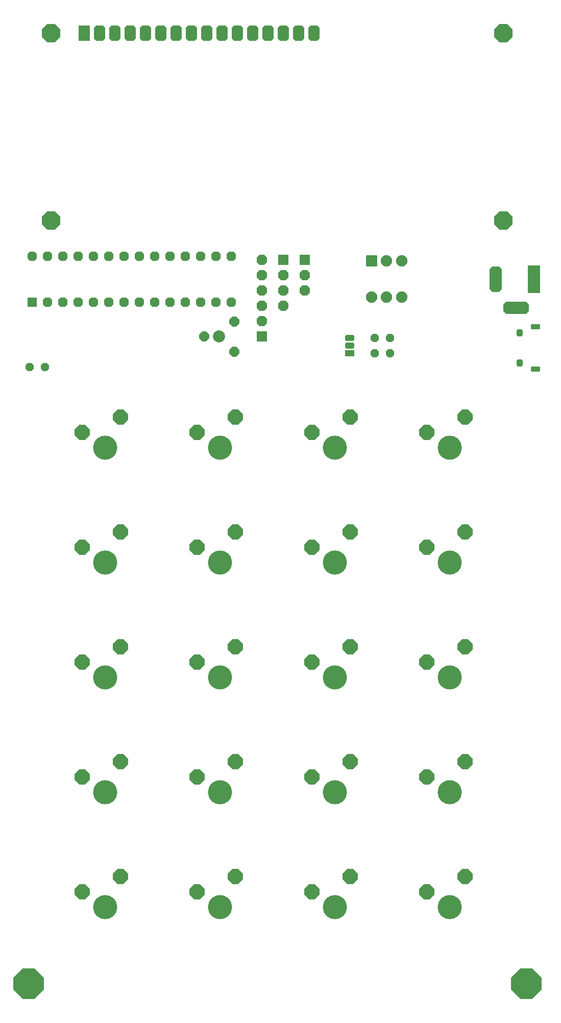
<source format=gbr>
%TF.GenerationSoftware,KiCad,Pcbnew,(6.0.7)*%
%TF.CreationDate,2022-08-27T21:19:22-07:00*%
%TF.ProjectId,EB3,4542332e-6b69-4636-9164-5f7063625858,rev?*%
%TF.SameCoordinates,Original*%
%TF.FileFunction,Soldermask,Bot*%
%TF.FilePolarity,Negative*%
%FSLAX46Y46*%
G04 Gerber Fmt 4.6, Leading zero omitted, Abs format (unit mm)*
G04 Created by KiCad (PCBNEW (6.0.7)) date 2022-08-27 21:19:22*
%MOMM*%
%LPD*%
G01*
G04 APERTURE LIST*
G04 Aperture macros list*
%AMFreePoly0*
4,1,17,0.442893,0.460355,0.610355,0.292893,0.625000,0.257538,0.625000,-0.257538,0.610355,-0.292893,0.442893,-0.460355,0.407538,-0.475000,-0.407538,-0.475000,-0.442893,-0.460355,-0.610355,-0.292893,-0.625000,-0.257538,-0.625000,0.257538,-0.610355,0.292893,-0.442893,0.460355,-0.407538,0.475000,0.407538,0.475000,0.442893,0.460355,0.442893,0.460355,$1*%
%AMFreePoly1*
4,1,17,0.275320,0.760355,0.430356,0.605320,0.445000,0.569965,0.445000,-0.569965,0.430356,-0.605320,0.275320,-0.760355,0.239965,-0.775000,-0.239965,-0.775000,-0.275320,-0.760356,-0.430355,-0.605320,-0.445000,-0.569965,-0.445000,0.569965,-0.430355,0.605320,-0.275320,0.760356,-0.239965,0.775000,0.239965,0.775000,0.275320,0.760355,0.275320,0.760355,$1*%
%AMFreePoly2*
4,1,13,0.885355,0.885355,0.900000,0.850000,0.900000,-0.850000,0.885355,-0.885355,0.850000,-0.900000,-0.850000,-0.900000,-0.885355,-0.885355,-0.900000,-0.850000,-0.900000,0.850000,-0.885355,0.885355,-0.850000,0.900000,0.850000,0.900000,0.885355,0.885355,0.885355,0.885355,$1*%
%AMFreePoly3*
4,1,17,0.387437,0.885355,0.885355,0.387437,0.900000,0.352082,0.900000,-0.352082,0.885355,-0.387438,0.387437,-0.885355,0.352082,-0.900000,-0.352082,-0.900000,-0.387438,-0.885355,-0.885355,-0.387437,-0.900000,-0.352082,-0.900000,0.352082,-0.885355,0.387437,-0.387438,0.885355,-0.352082,0.900000,0.352082,0.900000,0.387437,0.885355,0.387437,0.885355,$1*%
%AMFreePoly4*
4,1,13,0.510355,0.735355,0.525000,0.700000,0.525000,-0.700000,0.510355,-0.735355,0.475000,-0.750000,-0.475000,-0.750000,-0.510355,-0.735355,-0.525000,-0.700000,-0.525000,0.700000,-0.510355,0.735355,-0.475000,0.750000,0.475000,0.750000,0.510355,0.735355,0.510355,0.735355,$1*%
%AMFreePoly5*
4,1,17,0.322183,0.735355,0.510355,0.547183,0.525000,0.511828,0.525000,-0.511828,0.510355,-0.547184,0.322183,-0.735355,0.286828,-0.750000,-0.286828,-0.750000,-0.322184,-0.735355,-0.510355,-0.547183,-0.525000,-0.511828,-0.525000,0.511828,-0.510355,0.547183,-0.322184,0.735355,-0.286828,0.750000,0.286828,0.750000,0.322183,0.735355,0.322183,0.735355,$1*%
%AMFreePoly6*
4,1,13,0.785355,0.785355,0.800000,0.750000,0.800000,-0.750000,0.785355,-0.785355,0.750000,-0.800000,-0.750000,-0.800000,-0.785355,-0.785355,-0.800000,-0.750000,-0.800000,0.750000,-0.785355,0.785355,-0.750000,0.800000,0.750000,0.800000,0.785355,0.785355,0.785355,0.785355,$1*%
%AMFreePoly7*
4,1,17,0.346016,0.785355,0.785355,0.346016,0.800000,0.310661,0.800000,-0.310661,0.785355,-0.346016,0.346016,-0.785355,0.310661,-0.800000,-0.310661,-0.800000,-0.346016,-0.785355,-0.785355,-0.346016,-0.800000,-0.310661,-0.800000,0.310661,-0.785355,0.346016,-0.346016,0.785355,-0.310661,0.800000,0.310661,0.800000,0.346016,0.785355,0.346016,0.785355,$1*%
%AMFreePoly8*
4,1,17,0.350158,0.795355,0.795356,0.350158,0.810000,0.314803,0.810000,-0.314803,0.795356,-0.350158,0.350158,-0.795355,0.314803,-0.810000,-0.314803,-0.810000,-0.350158,-0.795356,-0.795355,-0.350158,-0.810000,-0.314803,-0.810000,0.314803,-0.795355,0.350158,-0.350158,0.795356,-0.314803,0.810000,0.314803,0.810000,0.350158,0.795355,0.350158,0.795355,$1*%
%AMFreePoly9*
4,1,17,0.304594,0.685355,0.685355,0.304594,0.700000,0.269239,0.700000,-0.269239,0.685355,-0.304595,0.304594,-0.685355,0.269239,-0.700000,-0.269239,-0.700000,-0.304595,-0.685355,-0.685355,-0.304594,-0.700000,-0.269239,-0.700000,0.269239,-0.685355,0.304594,-0.304595,0.685355,-0.269239,0.700000,0.269239,0.700000,0.304594,0.685355,0.304594,0.685355,$1*%
%AMFreePoly10*
4,1,13,0.835355,0.835355,0.850000,0.800000,0.850000,-0.800000,0.835355,-0.835355,0.800000,-0.850000,-0.800000,-0.850000,-0.835355,-0.835355,-0.850000,-0.800000,-0.850000,0.800000,-0.835355,0.835355,-0.800000,0.850000,0.800000,0.850000,0.835355,0.835355,0.835355,0.835355,$1*%
%AMFreePoly11*
4,1,17,0.366726,0.835355,0.835355,0.366726,0.850000,0.331371,0.850000,-0.331371,0.835355,-0.366727,0.366726,-0.835355,0.331371,-0.850000,-0.331371,-0.850000,-0.366727,-0.835355,-0.835355,-0.366726,-0.850000,-0.331371,-0.850000,0.331371,-0.835355,0.366726,-0.366727,0.835355,-0.331371,0.850000,0.331371,0.850000,0.366726,0.835355,0.366726,0.835355,$1*%
%AMFreePoly12*
4,1,13,2.285355,0.985355,2.300000,0.950000,2.300000,-0.950000,2.285355,-0.985355,2.250000,-1.000000,-2.250000,-1.000000,-2.285355,-0.985355,-2.300000,-0.950000,-2.300000,0.950000,-2.285355,0.985355,-2.250000,1.000000,2.250000,1.000000,2.285355,0.985355,2.285355,0.985355,$1*%
%AMFreePoly13*
4,1,17,1.700431,0.985355,2.085356,0.600431,2.100000,0.565076,2.100000,-0.565076,2.085356,-0.600431,1.700431,-0.985355,1.665076,-1.000000,-1.665076,-1.000000,-1.700431,-0.985356,-2.085355,-0.600431,-2.100000,-0.565076,-2.100000,0.565076,-2.085355,0.600431,-1.700431,0.985356,-1.665076,1.000000,1.665076,1.000000,1.700431,0.985355,1.700431,0.985355,$1*%
%AMFreePoly14*
4,1,17,0.600431,2.085355,0.985356,1.700431,1.000000,1.665076,1.000000,-1.665076,0.985356,-1.700431,0.600431,-2.085355,0.565076,-2.100000,-0.565076,-2.100000,-0.600431,-2.085356,-0.985355,-1.700431,-1.000000,-1.665076,-1.000000,1.665076,-0.985355,1.700431,-0.600431,2.085356,-0.565076,2.100000,0.565076,2.100000,0.600431,2.085355,0.600431,2.085355,$1*%
%AMFreePoly15*
4,1,17,1.050179,2.485355,2.485355,1.050179,2.500000,1.014824,2.500000,-1.014824,2.485355,-1.050180,1.050179,-2.485355,1.014824,-2.500000,-1.014824,-2.500000,-1.050180,-2.485355,-2.485355,-1.050179,-2.500000,-1.014824,-2.500000,1.014824,-2.485355,1.050179,-1.050180,2.485355,-1.014824,2.500000,1.014824,2.500000,1.050179,2.485355,1.050179,2.485355,$1*%
%AMFreePoly16*
4,1,17,0.635965,1.485355,1.485355,0.635965,1.500000,0.600610,1.500000,-0.600610,1.485355,-0.635965,0.635965,-1.485355,0.600610,-1.500000,-0.600610,-1.500000,-0.635965,-1.485355,-1.485355,-0.635965,-1.500000,-0.600610,-1.500000,0.600610,-1.485355,0.635965,-0.635965,1.485355,-0.600610,1.500000,0.600610,1.500000,0.635965,1.485355,0.635965,1.485355,$1*%
%AMFreePoly17*
4,1,13,0.885355,1.285355,0.900000,1.250000,0.900000,-1.250000,0.885355,-1.285355,0.850000,-1.300000,-0.850000,-1.300000,-0.885355,-1.285355,-0.900000,-1.250000,-0.900000,1.250000,-0.885355,1.285355,-0.850000,1.300000,0.850000,1.300000,0.885355,1.285355,0.885355,1.285355,$1*%
%AMFreePoly18*
4,1,17,0.541853,1.285355,0.885355,0.941853,0.900000,0.906498,0.900000,-0.906498,0.885355,-0.941853,0.541853,-1.285355,0.506498,-1.300000,-0.506498,-1.300000,-0.541853,-1.285355,-0.885355,-0.941853,-0.900000,-0.906498,-0.900000,0.906498,-0.885355,0.941853,-0.541853,1.285355,-0.506498,1.300000,0.506498,1.300000,0.541853,1.285355,0.541853,1.285355,$1*%
%AMFreePoly19*
4,1,17,0.532412,1.235355,1.235356,0.532412,1.250000,0.497057,1.250000,-0.497057,1.235356,-0.532412,0.532412,-1.235355,0.497057,-1.250000,-0.497057,-1.250000,-0.532412,-1.235356,-1.235355,-0.532412,-1.250000,-0.497057,-1.250000,0.497057,-1.235355,0.532412,-0.532412,1.235356,-0.497057,1.250000,0.497057,1.250000,0.532412,1.235355,0.532412,1.235355,$1*%
G04 Aperture macros list end*
%ADD10FreePoly0,90.000000*%
%ADD11FreePoly1,90.000000*%
%ADD12FreePoly2,0.000000*%
%ADD13FreePoly3,90.000000*%
%ADD14FreePoly3,0.000000*%
%ADD15FreePoly4,90.000000*%
%ADD16FreePoly5,90.000000*%
%ADD17FreePoly6,90.000000*%
%ADD18FreePoly7,90.000000*%
%ADD19C,2.000000*%
%ADD20FreePoly8,180.000000*%
%ADD21FreePoly9,180.000000*%
%ADD22FreePoly9,270.000000*%
%ADD23FreePoly10,0.000000*%
%ADD24FreePoly11,0.000000*%
%ADD25FreePoly10,180.000000*%
%ADD26FreePoly11,180.000000*%
%ADD27FreePoly12,270.000000*%
%ADD28FreePoly13,270.000000*%
%ADD29FreePoly14,270.000000*%
%ADD30FreePoly15,0.000000*%
%ADD31FreePoly16,0.000000*%
%ADD32FreePoly17,0.000000*%
%ADD33FreePoly18,0.000000*%
%ADD34C,4.000000*%
%ADD35FreePoly19,0.000000*%
G04 APERTURE END LIST*
D10*
%TO.C,J2*%
X160814000Y-79415000D03*
D11*
X163514000Y-78415000D03*
D10*
X160814000Y-84415000D03*
D11*
X163514000Y-85415000D03*
%TD*%
D12*
%TO.C,SW1*%
X136261500Y-67435500D03*
D13*
X138761500Y-67435500D03*
D14*
X141261500Y-67435500D03*
X136261500Y-73435500D03*
X138761500Y-73435500D03*
X141261500Y-73435500D03*
%TD*%
D15*
%TO.C,U2*%
X132694000Y-82804000D03*
D16*
X132694000Y-81534000D03*
X132694000Y-80264000D03*
%TD*%
D17*
%TO.C,U1*%
X80020000Y-74285000D03*
D18*
X82560000Y-74285000D03*
X85100000Y-74285000D03*
X87640000Y-74285000D03*
X90180000Y-74285000D03*
X92720000Y-74285000D03*
X95260000Y-74285000D03*
X97800000Y-74285000D03*
X100340000Y-74285000D03*
X102880000Y-74285000D03*
X105420000Y-74285000D03*
X107960000Y-74285000D03*
X110500000Y-74285000D03*
X113040000Y-74285000D03*
X113040000Y-66665000D03*
X110500000Y-66665000D03*
X107960000Y-66665000D03*
X105420000Y-66665000D03*
X102880000Y-66665000D03*
X100340000Y-66665000D03*
X97800000Y-66665000D03*
X95260000Y-66665000D03*
X92720000Y-66665000D03*
X90180000Y-66665000D03*
X87640000Y-66665000D03*
X85100000Y-66665000D03*
X82560000Y-66665000D03*
X80020000Y-66665000D03*
%TD*%
D19*
%TO.C,RV1*%
X110998000Y-80010000D03*
D20*
X113498000Y-77510000D03*
X108498000Y-80010000D03*
X113498000Y-82510000D03*
%TD*%
D21*
%TO.C,JP4*%
X82149000Y-85090000D03*
X79609000Y-85090000D03*
%TD*%
D22*
%TO.C,JP2*%
X136779000Y-80264000D03*
X136779000Y-82804000D03*
%TD*%
%TO.C,JP1*%
X139319000Y-82804000D03*
X139319000Y-80264000D03*
%TD*%
D23*
%TO.C,J5*%
X121691000Y-67320000D03*
D24*
X121691000Y-69860000D03*
X121691000Y-72400000D03*
X121691000Y-74940000D03*
%TD*%
%TO.C,J4*%
X125247000Y-72405000D03*
X125247000Y-69865000D03*
D23*
X125247000Y-67325000D03*
%TD*%
D25*
%TO.C,J3*%
X118085000Y-79985000D03*
D26*
X118085000Y-77445000D03*
X118085000Y-74905000D03*
X118085000Y-72365000D03*
X118085000Y-69825000D03*
X118085000Y-67285000D03*
%TD*%
D27*
%TO.C,J1*%
X163195000Y-70470000D03*
D28*
X156895000Y-70470000D03*
D29*
X160295000Y-75270000D03*
%TD*%
D30*
%TO.C,REF\u002A\u002A*%
X79375000Y-187325000D03*
%TD*%
D31*
%TO.C,DS1*%
X83150900Y-60728200D03*
X158149480Y-60728200D03*
X158150000Y-29727500D03*
X83150900Y-29727500D03*
D32*
X88650000Y-29727500D03*
D33*
X91190000Y-29727500D03*
X93730000Y-29727500D03*
X96270000Y-29727500D03*
X98810000Y-29727500D03*
X101350000Y-29727500D03*
X103890000Y-29727500D03*
X106430000Y-29727500D03*
X108970000Y-29727500D03*
X111510000Y-29727500D03*
X114050000Y-29727500D03*
X116590000Y-29727500D03*
X119130000Y-29727500D03*
X121670000Y-29727500D03*
X124210000Y-29727500D03*
X126750000Y-29727500D03*
%TD*%
D34*
%TO.C,SW3*%
X92075000Y-98425000D03*
D35*
X88265000Y-95885000D03*
X94615000Y-93345000D03*
%TD*%
D34*
%TO.C,SW15*%
X130175000Y-136525000D03*
D35*
X126365000Y-133985000D03*
X132715000Y-131445000D03*
%TD*%
D34*
%TO.C,SW9*%
X111125000Y-117475000D03*
D35*
X107315000Y-114935000D03*
X113665000Y-112395000D03*
%TD*%
D34*
%TO.C,SW5*%
X92075000Y-136525000D03*
D35*
X88265000Y-133985000D03*
X94615000Y-131445000D03*
%TD*%
D34*
%TO.C,SW10*%
X111125000Y-136525000D03*
D35*
X107315000Y-133985000D03*
X113665000Y-131445000D03*
%TD*%
D34*
%TO.C,SW7*%
X92075000Y-174625000D03*
D35*
X88265000Y-172085000D03*
X94615000Y-169545000D03*
%TD*%
D34*
%TO.C,SW12*%
X111125000Y-174625000D03*
D35*
X107315000Y-172085000D03*
X113665000Y-169545000D03*
%TD*%
D34*
%TO.C,SW19*%
X149225000Y-117475000D03*
D35*
X145415000Y-114935000D03*
X151765000Y-112395000D03*
%TD*%
D34*
%TO.C,SW13*%
X130175000Y-98425000D03*
D35*
X126365000Y-95885000D03*
X132715000Y-93345000D03*
%TD*%
D34*
%TO.C,SW21*%
X149225000Y-155575000D03*
D35*
X145415000Y-153035000D03*
X151765000Y-150495000D03*
%TD*%
D34*
%TO.C,SW20*%
X149225000Y-136525000D03*
D35*
X145415000Y-133985000D03*
X151765000Y-131445000D03*
%TD*%
D34*
%TO.C,SW8*%
X111125000Y-98425000D03*
D35*
X107315000Y-95885000D03*
X113665000Y-93345000D03*
%TD*%
D34*
%TO.C,SW11*%
X111125000Y-155575000D03*
D35*
X107315000Y-153035000D03*
X113665000Y-150495000D03*
%TD*%
D34*
%TO.C,SW16*%
X130175000Y-155575000D03*
D35*
X126365000Y-153035000D03*
X132715000Y-150495000D03*
%TD*%
D34*
%TO.C,SW18*%
X149225000Y-98425000D03*
D35*
X145415000Y-95885000D03*
X151765000Y-93345000D03*
%TD*%
D34*
%TO.C,SW4*%
X92075000Y-117475000D03*
D35*
X88265000Y-114935000D03*
X94615000Y-112395000D03*
%TD*%
D34*
%TO.C,SW6*%
X92075000Y-155575000D03*
D35*
X88265000Y-153035000D03*
X94615000Y-150495000D03*
%TD*%
D34*
%TO.C,SW22*%
X149225000Y-174625000D03*
D35*
X145415000Y-172085000D03*
X151765000Y-169545000D03*
%TD*%
D34*
%TO.C,SW17*%
X130175000Y-174625000D03*
D35*
X126365000Y-172085000D03*
X132715000Y-169545000D03*
%TD*%
D34*
%TO.C,SW14*%
X130175000Y-117475000D03*
D35*
X126365000Y-114935000D03*
X132715000Y-112395000D03*
%TD*%
D30*
%TO.C,REF\u002A\u002A*%
X161925000Y-187325000D03*
%TD*%
M02*

</source>
